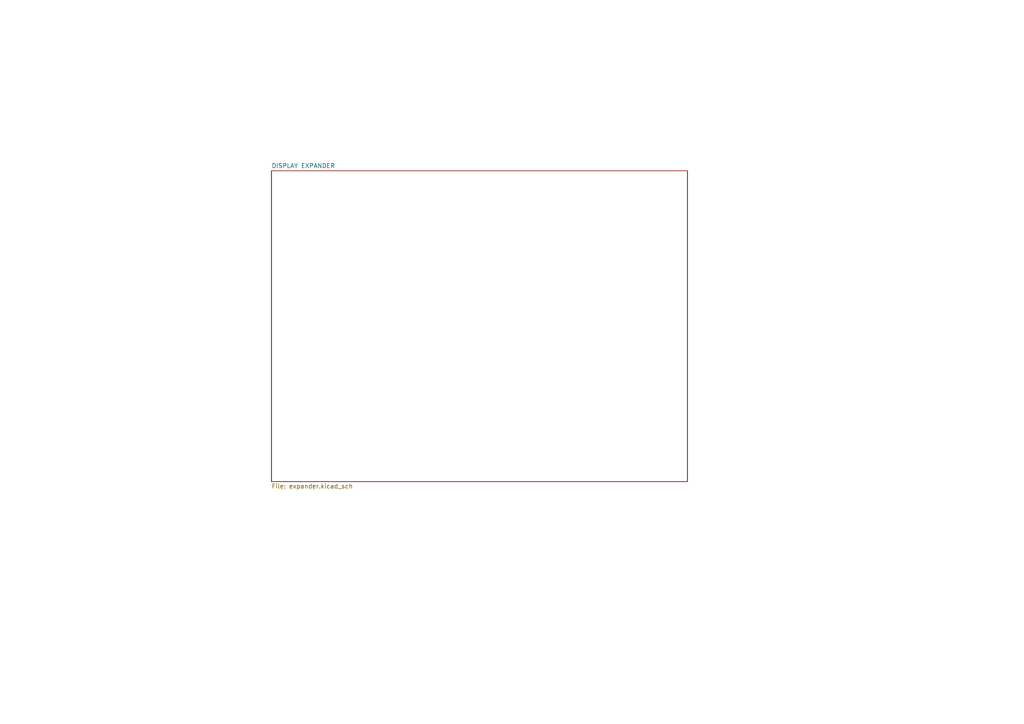
<source format=kicad_sch>
(kicad_sch
	(version 20231120)
	(generator "eeschema")
	(generator_version "8.0")
	(uuid "4916e72e-7ae9-4101-aee3-2b754b142b5b")
	(paper "A4")
	(lib_symbols)
	(sheet
		(at 78.74 49.53)
		(size 120.65 90.17)
		(fields_autoplaced yes)
		(stroke
			(width 0.1524)
			(type solid)
		)
		(fill
			(color 0 0 0 0.0000)
		)
		(uuid "59890dec-aa8e-45b5-80f9-35cb87a82d38")
		(property "Sheetname" "DISPLAY EXPANDER"
			(at 78.74 48.8184 0)
			(effects
				(font
					(size 1.27 1.27)
				)
				(justify left bottom)
			)
		)
		(property "Sheetfile" "expander.kicad_sch"
			(at 78.74 140.2846 0)
			(effects
				(font
					(size 1.27 1.27)
				)
				(justify left top)
			)
		)
		(instances
			(project "Tubender Display_PCB"
				(path "/4916e72e-7ae9-4101-aee3-2b754b142b5b"
					(page "2")
				)
			)
		)
	)
	(sheet_instances
		(path "/"
			(page "1")
		)
	)
)

</source>
